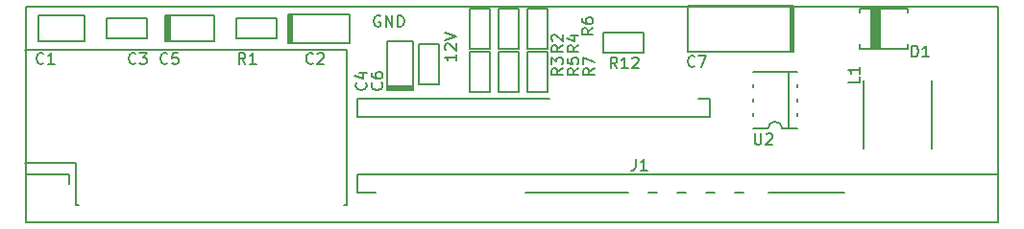
<source format=gto>
G04 #@! TF.FileFunction,Legend,Top*
%FSLAX46Y46*%
G04 Gerber Fmt 4.6, Leading zero omitted, Abs format (unit mm)*
G04 Created by KiCad (PCBNEW (2016-05-03 BZR 6266)-product) date Wed Jul 13 21:03:11 2016*
%MOMM*%
%LPD*%
G01*
G04 APERTURE LIST*
%ADD10C,0.350000*%
%ADD11C,0.200000*%
%ADD12C,0.150000*%
%ADD13C,0.180000*%
%ADD14C,0.177800*%
G04 APERTURE END LIST*
D10*
D11*
X158496000Y-140817600D02*
X157734000Y-140817600D01*
X161036000Y-140817600D02*
X160274000Y-140817600D01*
X163576000Y-140817600D02*
X162814000Y-140817600D01*
X166116000Y-140817600D02*
X165354000Y-140817600D01*
X132080000Y-132588000D02*
X132080000Y-134162800D01*
X148996400Y-132588000D02*
X132080000Y-132588000D01*
X163195000Y-132588000D02*
X162153600Y-132588000D01*
X163195000Y-134162800D02*
X163195000Y-132588000D01*
X132080000Y-134162800D02*
X163195000Y-134162800D01*
X106680000Y-139242800D02*
X106680000Y-140055600D01*
X132080000Y-140817600D02*
X132080000Y-139242800D01*
X133731000Y-140817600D02*
X132080000Y-140817600D01*
X155956000Y-140817600D02*
X146913600Y-140817600D01*
X175031400Y-140817600D02*
X168300400Y-140817600D01*
X188595000Y-139242800D02*
X132080000Y-139242800D01*
X102870000Y-139242800D02*
X106680000Y-139242800D01*
D12*
X102870000Y-143510000D02*
X102870000Y-124460000D01*
X188595000Y-124460000D02*
X188595000Y-143510000D01*
X102870000Y-124460000D02*
X188595000Y-124460000D01*
X188595000Y-143510000D02*
X102870000Y-143510000D01*
X131115000Y-141973000D02*
X130865000Y-141973000D01*
X107315000Y-141973000D02*
X107565000Y-141973000D01*
X107315000Y-138223000D02*
X102815000Y-138223000D01*
X107315000Y-141973000D02*
X107315000Y-138223000D01*
X131115000Y-128223000D02*
X131115000Y-141973000D01*
X102815000Y-128223000D02*
X131115000Y-128223000D01*
D13*
X125984000Y-127635000D02*
X131445000Y-127635000D01*
X131445000Y-127635000D02*
X131445000Y-125095000D01*
X131445000Y-125095000D02*
X125984000Y-125095000D01*
X126365000Y-125095000D02*
X126365000Y-127635000D01*
X126238000Y-125095000D02*
X126238000Y-127635000D01*
X126111000Y-125095000D02*
X126111000Y-127635000D01*
X125984000Y-125095000D02*
X125984000Y-127635000D01*
X108077000Y-125222000D02*
X104013000Y-125222000D01*
X104013000Y-125222000D02*
X104013000Y-127508000D01*
X104013000Y-127508000D02*
X108077000Y-127508000D01*
X108077000Y-127508000D02*
X108077000Y-125222000D01*
X109982000Y-125476000D02*
X113538000Y-125476000D01*
X113538000Y-125476000D02*
X113538000Y-127254000D01*
X113538000Y-127254000D02*
X109982000Y-127254000D01*
X109982000Y-127254000D02*
X109982000Y-125476000D01*
X143764000Y-124587000D02*
X143764000Y-128143000D01*
X143764000Y-128143000D02*
X141986000Y-128143000D01*
X141986000Y-128143000D02*
X141986000Y-124587000D01*
X141986000Y-124587000D02*
X143764000Y-124587000D01*
X143764000Y-128397000D02*
X143764000Y-131953000D01*
X143764000Y-131953000D02*
X141986000Y-131953000D01*
X141986000Y-131953000D02*
X141986000Y-128397000D01*
X141986000Y-128397000D02*
X143764000Y-128397000D01*
X146304000Y-124587000D02*
X146304000Y-128143000D01*
X146304000Y-128143000D02*
X144526000Y-128143000D01*
X144526000Y-128143000D02*
X144526000Y-124587000D01*
X144526000Y-124587000D02*
X146304000Y-124587000D01*
X146304000Y-128397000D02*
X146304000Y-131953000D01*
X146304000Y-131953000D02*
X144526000Y-131953000D01*
X144526000Y-131953000D02*
X144526000Y-128397000D01*
X144526000Y-128397000D02*
X146304000Y-128397000D01*
X148844000Y-124587000D02*
X148844000Y-128143000D01*
X148844000Y-128143000D02*
X147066000Y-128143000D01*
X147066000Y-128143000D02*
X147066000Y-124587000D01*
X147066000Y-124587000D02*
X148844000Y-124587000D01*
X148844000Y-128397000D02*
X148844000Y-131953000D01*
X148844000Y-131953000D02*
X147066000Y-131953000D01*
X147066000Y-131953000D02*
X147066000Y-128397000D01*
X147066000Y-128397000D02*
X148844000Y-128397000D01*
X166960000Y-130215000D02*
X170860000Y-130215000D01*
X170860000Y-135215000D02*
X169545000Y-135215000D01*
X168275000Y-135215000D02*
X166960000Y-135215000D01*
X170110000Y-130215000D02*
X170110000Y-135215000D01*
X166960000Y-134112000D02*
X166960000Y-133858000D01*
X166960000Y-132842000D02*
X166960000Y-132588000D01*
X166960000Y-131572000D02*
X166960000Y-131318000D01*
X170860000Y-134112000D02*
X170860000Y-133858000D01*
X170860000Y-132842000D02*
X170860000Y-132588000D01*
X170860000Y-131572000D02*
X170860000Y-131318000D01*
X169545000Y-135215000D02*
G75*
G03X168275000Y-135215000I-635000J0D01*
G01*
X137033000Y-131445000D02*
X134747000Y-131445000D01*
X137033000Y-131826000D02*
X137033000Y-127508000D01*
X137033000Y-127508000D02*
X134747000Y-127508000D01*
X134747000Y-127508000D02*
X134747000Y-131826000D01*
X134747000Y-131826000D02*
X137033000Y-131826000D01*
X137033000Y-131572000D02*
X134747000Y-131572000D01*
X137033000Y-131699000D02*
X134747000Y-131699000D01*
X115570000Y-127508000D02*
X115570000Y-125222000D01*
X115189000Y-127508000D02*
X119507000Y-127508000D01*
X119507000Y-127508000D02*
X119507000Y-125222000D01*
X119507000Y-125222000D02*
X115189000Y-125222000D01*
X115189000Y-125222000D02*
X115189000Y-127508000D01*
X115443000Y-127508000D02*
X115443000Y-125222000D01*
X115316000Y-127508000D02*
X115316000Y-125222000D01*
X139319000Y-127762000D02*
X139319000Y-131318000D01*
X139319000Y-131318000D02*
X137541000Y-131318000D01*
X137541000Y-131318000D02*
X137541000Y-127762000D01*
X137541000Y-127762000D02*
X139319000Y-127762000D01*
X121412000Y-125476000D02*
X124968000Y-125476000D01*
X124968000Y-125476000D02*
X124968000Y-127254000D01*
X124968000Y-127254000D02*
X121412000Y-127254000D01*
X121412000Y-127254000D02*
X121412000Y-125476000D01*
X157353000Y-128524000D02*
X153797000Y-128524000D01*
X153797000Y-128524000D02*
X153797000Y-126746000D01*
X153797000Y-126746000D02*
X157353000Y-126746000D01*
X157353000Y-126746000D02*
X157353000Y-128524000D01*
X176705000Y-136985000D02*
X176705000Y-130985000D01*
X182705000Y-130985000D02*
X182705000Y-136985000D01*
D14*
X180594000Y-128143000D02*
X176403000Y-128143000D01*
X176403000Y-124587000D02*
X180594000Y-124587000D01*
X180594000Y-124587000D02*
X180594000Y-124968000D01*
X176403000Y-124587000D02*
X176403000Y-124968000D01*
X180594000Y-128143000D02*
X180594000Y-127762000D01*
X176403000Y-128143000D02*
X176403000Y-127762000D01*
D12*
G36*
X178181000Y-124587000D02*
X177419000Y-124587000D01*
X177419000Y-128143000D01*
X178181000Y-128143000D01*
X178181000Y-124587000D01*
G37*
X178181000Y-124587000D02*
X177419000Y-124587000D01*
X177419000Y-128143000D01*
X178181000Y-128143000D01*
X178181000Y-124587000D01*
X161235000Y-128365000D02*
X161235000Y-124365000D01*
X170535000Y-124365000D02*
X161235000Y-124365000D01*
X170535000Y-128365000D02*
X161235000Y-128365000D01*
X170235000Y-128365000D02*
X170235000Y-124365000D01*
X170435000Y-128365000D02*
X170435000Y-124365000D01*
X170335000Y-128365000D02*
X170335000Y-124365000D01*
X170535000Y-128365000D02*
X170535000Y-124365000D01*
D13*
X156638667Y-137882381D02*
X156638667Y-138596667D01*
X156591047Y-138739524D01*
X156495809Y-138834762D01*
X156352952Y-138882381D01*
X156257714Y-138882381D01*
X157638667Y-138882381D02*
X157067238Y-138882381D01*
X157352952Y-138882381D02*
X157352952Y-137882381D01*
X157257714Y-138025238D01*
X157162476Y-138120476D01*
X157067238Y-138168095D01*
X128190524Y-129397143D02*
X128142905Y-129444762D01*
X128000048Y-129492381D01*
X127904810Y-129492381D01*
X127761952Y-129444762D01*
X127666714Y-129349524D01*
X127619095Y-129254286D01*
X127571476Y-129063810D01*
X127571476Y-128920952D01*
X127619095Y-128730476D01*
X127666714Y-128635238D01*
X127761952Y-128540000D01*
X127904810Y-128492381D01*
X128000048Y-128492381D01*
X128142905Y-128540000D01*
X128190524Y-128587619D01*
X128571476Y-128587619D02*
X128619095Y-128540000D01*
X128714333Y-128492381D01*
X128952429Y-128492381D01*
X129047667Y-128540000D01*
X129095286Y-128587619D01*
X129142905Y-128682857D01*
X129142905Y-128778095D01*
X129095286Y-128920952D01*
X128523857Y-129492381D01*
X129142905Y-129492381D01*
X104441524Y-129397143D02*
X104393905Y-129444762D01*
X104251048Y-129492381D01*
X104155810Y-129492381D01*
X104012952Y-129444762D01*
X103917714Y-129349524D01*
X103870095Y-129254286D01*
X103822476Y-129063810D01*
X103822476Y-128920952D01*
X103870095Y-128730476D01*
X103917714Y-128635238D01*
X104012952Y-128540000D01*
X104155810Y-128492381D01*
X104251048Y-128492381D01*
X104393905Y-128540000D01*
X104441524Y-128587619D01*
X105393905Y-129492381D02*
X104822476Y-129492381D01*
X105108190Y-129492381D02*
X105108190Y-128492381D01*
X105012952Y-128635238D01*
X104917714Y-128730476D01*
X104822476Y-128778095D01*
X112569524Y-129397143D02*
X112521905Y-129444762D01*
X112379048Y-129492381D01*
X112283810Y-129492381D01*
X112140952Y-129444762D01*
X112045714Y-129349524D01*
X111998095Y-129254286D01*
X111950476Y-129063810D01*
X111950476Y-128920952D01*
X111998095Y-128730476D01*
X112045714Y-128635238D01*
X112140952Y-128540000D01*
X112283810Y-128492381D01*
X112379048Y-128492381D01*
X112521905Y-128540000D01*
X112569524Y-128587619D01*
X112902857Y-128492381D02*
X113521905Y-128492381D01*
X113188571Y-128873333D01*
X113331429Y-128873333D01*
X113426667Y-128920952D01*
X113474286Y-128968571D01*
X113521905Y-129063810D01*
X113521905Y-129301905D01*
X113474286Y-129397143D01*
X113426667Y-129444762D01*
X113331429Y-129492381D01*
X113045714Y-129492381D01*
X112950476Y-129444762D01*
X112902857Y-129397143D01*
X150193381Y-127841476D02*
X149717190Y-128174810D01*
X150193381Y-128412905D02*
X149193381Y-128412905D01*
X149193381Y-128031952D01*
X149241000Y-127936714D01*
X149288619Y-127889095D01*
X149383857Y-127841476D01*
X149526714Y-127841476D01*
X149621952Y-127889095D01*
X149669571Y-127936714D01*
X149717190Y-128031952D01*
X149717190Y-128412905D01*
X149288619Y-127460524D02*
X149241000Y-127412905D01*
X149193381Y-127317667D01*
X149193381Y-127079571D01*
X149241000Y-126984333D01*
X149288619Y-126936714D01*
X149383857Y-126889095D01*
X149479095Y-126889095D01*
X149621952Y-126936714D01*
X150193381Y-127508143D01*
X150193381Y-126889095D01*
X150193381Y-129873476D02*
X149717190Y-130206810D01*
X150193381Y-130444905D02*
X149193381Y-130444905D01*
X149193381Y-130063952D01*
X149241000Y-129968714D01*
X149288619Y-129921095D01*
X149383857Y-129873476D01*
X149526714Y-129873476D01*
X149621952Y-129921095D01*
X149669571Y-129968714D01*
X149717190Y-130063952D01*
X149717190Y-130444905D01*
X149193381Y-129540143D02*
X149193381Y-128921095D01*
X149574333Y-129254429D01*
X149574333Y-129111571D01*
X149621952Y-129016333D01*
X149669571Y-128968714D01*
X149764810Y-128921095D01*
X150002905Y-128921095D01*
X150098143Y-128968714D01*
X150145762Y-129016333D01*
X150193381Y-129111571D01*
X150193381Y-129397286D01*
X150145762Y-129492524D01*
X150098143Y-129540143D01*
X151590381Y-127841476D02*
X151114190Y-128174810D01*
X151590381Y-128412905D02*
X150590381Y-128412905D01*
X150590381Y-128031952D01*
X150638000Y-127936714D01*
X150685619Y-127889095D01*
X150780857Y-127841476D01*
X150923714Y-127841476D01*
X151018952Y-127889095D01*
X151066571Y-127936714D01*
X151114190Y-128031952D01*
X151114190Y-128412905D01*
X150923714Y-126984333D02*
X151590381Y-126984333D01*
X150542762Y-127222429D02*
X151257048Y-127460524D01*
X151257048Y-126841476D01*
X151590381Y-129873476D02*
X151114190Y-130206810D01*
X151590381Y-130444905D02*
X150590381Y-130444905D01*
X150590381Y-130063952D01*
X150638000Y-129968714D01*
X150685619Y-129921095D01*
X150780857Y-129873476D01*
X150923714Y-129873476D01*
X151018952Y-129921095D01*
X151066571Y-129968714D01*
X151114190Y-130063952D01*
X151114190Y-130444905D01*
X150590381Y-128968714D02*
X150590381Y-129444905D01*
X151066571Y-129492524D01*
X151018952Y-129444905D01*
X150971333Y-129349667D01*
X150971333Y-129111571D01*
X151018952Y-129016333D01*
X151066571Y-128968714D01*
X151161810Y-128921095D01*
X151399905Y-128921095D01*
X151495143Y-128968714D01*
X151542762Y-129016333D01*
X151590381Y-129111571D01*
X151590381Y-129349667D01*
X151542762Y-129444905D01*
X151495143Y-129492524D01*
X152860381Y-126317476D02*
X152384190Y-126650810D01*
X152860381Y-126888905D02*
X151860381Y-126888905D01*
X151860381Y-126507952D01*
X151908000Y-126412714D01*
X151955619Y-126365095D01*
X152050857Y-126317476D01*
X152193714Y-126317476D01*
X152288952Y-126365095D01*
X152336571Y-126412714D01*
X152384190Y-126507952D01*
X152384190Y-126888905D01*
X151860381Y-125460333D02*
X151860381Y-125650810D01*
X151908000Y-125746048D01*
X151955619Y-125793667D01*
X152098476Y-125888905D01*
X152288952Y-125936524D01*
X152669905Y-125936524D01*
X152765143Y-125888905D01*
X152812762Y-125841286D01*
X152860381Y-125746048D01*
X152860381Y-125555571D01*
X152812762Y-125460333D01*
X152765143Y-125412714D01*
X152669905Y-125365095D01*
X152431810Y-125365095D01*
X152336571Y-125412714D01*
X152288952Y-125460333D01*
X152241333Y-125555571D01*
X152241333Y-125746048D01*
X152288952Y-125841286D01*
X152336571Y-125888905D01*
X152431810Y-125936524D01*
X152987381Y-129873476D02*
X152511190Y-130206810D01*
X152987381Y-130444905D02*
X151987381Y-130444905D01*
X151987381Y-130063952D01*
X152035000Y-129968714D01*
X152082619Y-129921095D01*
X152177857Y-129873476D01*
X152320714Y-129873476D01*
X152415952Y-129921095D01*
X152463571Y-129968714D01*
X152511190Y-130063952D01*
X152511190Y-130444905D01*
X151987381Y-129540143D02*
X151987381Y-128873476D01*
X152987381Y-129302048D01*
X167116095Y-135604381D02*
X167116095Y-136413905D01*
X167163714Y-136509143D01*
X167211333Y-136556762D01*
X167306571Y-136604381D01*
X167497048Y-136604381D01*
X167592286Y-136556762D01*
X167639905Y-136509143D01*
X167687524Y-136413905D01*
X167687524Y-135604381D01*
X168116095Y-135699619D02*
X168163714Y-135652000D01*
X168258952Y-135604381D01*
X168497048Y-135604381D01*
X168592286Y-135652000D01*
X168639905Y-135699619D01*
X168687524Y-135794857D01*
X168687524Y-135890095D01*
X168639905Y-136032952D01*
X168068476Y-136604381D01*
X168687524Y-136604381D01*
X132826143Y-131143476D02*
X132873762Y-131191095D01*
X132921381Y-131333952D01*
X132921381Y-131429190D01*
X132873762Y-131572048D01*
X132778524Y-131667286D01*
X132683286Y-131714905D01*
X132492810Y-131762524D01*
X132349952Y-131762524D01*
X132159476Y-131714905D01*
X132064238Y-131667286D01*
X131969000Y-131572048D01*
X131921381Y-131429190D01*
X131921381Y-131333952D01*
X131969000Y-131191095D01*
X132016619Y-131143476D01*
X132254714Y-130286333D02*
X132921381Y-130286333D01*
X131873762Y-130524429D02*
X132588048Y-130762524D01*
X132588048Y-130143476D01*
X115363524Y-129397143D02*
X115315905Y-129444762D01*
X115173048Y-129492381D01*
X115077810Y-129492381D01*
X114934952Y-129444762D01*
X114839714Y-129349524D01*
X114792095Y-129254286D01*
X114744476Y-129063810D01*
X114744476Y-128920952D01*
X114792095Y-128730476D01*
X114839714Y-128635238D01*
X114934952Y-128540000D01*
X115077810Y-128492381D01*
X115173048Y-128492381D01*
X115315905Y-128540000D01*
X115363524Y-128587619D01*
X116268286Y-128492381D02*
X115792095Y-128492381D01*
X115744476Y-128968571D01*
X115792095Y-128920952D01*
X115887333Y-128873333D01*
X116125429Y-128873333D01*
X116220667Y-128920952D01*
X116268286Y-128968571D01*
X116315905Y-129063810D01*
X116315905Y-129301905D01*
X116268286Y-129397143D01*
X116220667Y-129444762D01*
X116125429Y-129492381D01*
X115887333Y-129492381D01*
X115792095Y-129444762D01*
X115744476Y-129397143D01*
X134223143Y-131143476D02*
X134270762Y-131191095D01*
X134318381Y-131333952D01*
X134318381Y-131429190D01*
X134270762Y-131572048D01*
X134175524Y-131667286D01*
X134080286Y-131714905D01*
X133889810Y-131762524D01*
X133746952Y-131762524D01*
X133556476Y-131714905D01*
X133461238Y-131667286D01*
X133366000Y-131572048D01*
X133318381Y-131429190D01*
X133318381Y-131333952D01*
X133366000Y-131191095D01*
X133413619Y-131143476D01*
X133318381Y-130286333D02*
X133318381Y-130476810D01*
X133366000Y-130572048D01*
X133413619Y-130619667D01*
X133556476Y-130714905D01*
X133746952Y-130762524D01*
X134127905Y-130762524D01*
X134223143Y-130714905D01*
X134270762Y-130667286D01*
X134318381Y-130572048D01*
X134318381Y-130381571D01*
X134270762Y-130286333D01*
X134223143Y-130238714D01*
X134127905Y-130191095D01*
X133889810Y-130191095D01*
X133794571Y-130238714D01*
X133746952Y-130286333D01*
X133699333Y-130381571D01*
X133699333Y-130572048D01*
X133746952Y-130667286D01*
X133794571Y-130714905D01*
X133889810Y-130762524D01*
X122221524Y-129492381D02*
X121888190Y-129016190D01*
X121650095Y-129492381D02*
X121650095Y-128492381D01*
X122031048Y-128492381D01*
X122126286Y-128540000D01*
X122173905Y-128587619D01*
X122221524Y-128682857D01*
X122221524Y-128825714D01*
X122173905Y-128920952D01*
X122126286Y-128968571D01*
X122031048Y-129016190D01*
X121650095Y-129016190D01*
X123173905Y-129492381D02*
X122602476Y-129492381D01*
X122888190Y-129492381D02*
X122888190Y-128492381D01*
X122792952Y-128635238D01*
X122697714Y-128730476D01*
X122602476Y-128778095D01*
X154987524Y-129873381D02*
X154654190Y-129397190D01*
X154416095Y-129873381D02*
X154416095Y-128873381D01*
X154797048Y-128873381D01*
X154892286Y-128921000D01*
X154939905Y-128968619D01*
X154987524Y-129063857D01*
X154987524Y-129206714D01*
X154939905Y-129301952D01*
X154892286Y-129349571D01*
X154797048Y-129397190D01*
X154416095Y-129397190D01*
X155939905Y-129873381D02*
X155368476Y-129873381D01*
X155654190Y-129873381D02*
X155654190Y-128873381D01*
X155558952Y-129016238D01*
X155463714Y-129111476D01*
X155368476Y-129159095D01*
X156320857Y-128968619D02*
X156368476Y-128921000D01*
X156463714Y-128873381D01*
X156701810Y-128873381D01*
X156797048Y-128921000D01*
X156844667Y-128968619D01*
X156892286Y-129063857D01*
X156892286Y-129159095D01*
X156844667Y-129301952D01*
X156273238Y-129873381D01*
X156892286Y-129873381D01*
X176355381Y-130603714D02*
X176355381Y-131079905D01*
X175355381Y-131079905D01*
X176355381Y-129746571D02*
X176355381Y-130318000D01*
X176355381Y-130032286D02*
X175355381Y-130032286D01*
X175498238Y-130127524D01*
X175593476Y-130222762D01*
X175641095Y-130318000D01*
X180959095Y-128857381D02*
X180959095Y-127857381D01*
X181197190Y-127857381D01*
X181340048Y-127905000D01*
X181435286Y-128000238D01*
X181482905Y-128095476D01*
X181530524Y-128285952D01*
X181530524Y-128428810D01*
X181482905Y-128619286D01*
X181435286Y-128714524D01*
X181340048Y-128809762D01*
X181197190Y-128857381D01*
X180959095Y-128857381D01*
X182482905Y-128857381D02*
X181911476Y-128857381D01*
X182197190Y-128857381D02*
X182197190Y-127857381D01*
X182101952Y-128000238D01*
X182006714Y-128095476D01*
X181911476Y-128143095D01*
X161845524Y-129651143D02*
X161797905Y-129698762D01*
X161655048Y-129746381D01*
X161559810Y-129746381D01*
X161416952Y-129698762D01*
X161321714Y-129603524D01*
X161274095Y-129508286D01*
X161226476Y-129317810D01*
X161226476Y-129174952D01*
X161274095Y-128984476D01*
X161321714Y-128889238D01*
X161416952Y-128794000D01*
X161559810Y-128746381D01*
X161655048Y-128746381D01*
X161797905Y-128794000D01*
X161845524Y-128841619D01*
X162178857Y-128746381D02*
X162845524Y-128746381D01*
X162416952Y-129746381D01*
X140787381Y-128635047D02*
X140787381Y-129206476D01*
X140787381Y-128920762D02*
X139787381Y-128920762D01*
X139930238Y-129016000D01*
X140025476Y-129111238D01*
X140073095Y-129206476D01*
X139882619Y-128254095D02*
X139835000Y-128206476D01*
X139787381Y-128111238D01*
X139787381Y-127873142D01*
X139835000Y-127777904D01*
X139882619Y-127730285D01*
X139977857Y-127682666D01*
X140073095Y-127682666D01*
X140215952Y-127730285D01*
X140787381Y-128301714D01*
X140787381Y-127682666D01*
X139787381Y-127396952D02*
X140787381Y-127063619D01*
X139787381Y-126730285D01*
X134112096Y-125230000D02*
X134016858Y-125182381D01*
X133874001Y-125182381D01*
X133731143Y-125230000D01*
X133635905Y-125325238D01*
X133588286Y-125420476D01*
X133540667Y-125610952D01*
X133540667Y-125753810D01*
X133588286Y-125944286D01*
X133635905Y-126039524D01*
X133731143Y-126134762D01*
X133874001Y-126182381D01*
X133969239Y-126182381D01*
X134112096Y-126134762D01*
X134159715Y-126087143D01*
X134159715Y-125753810D01*
X133969239Y-125753810D01*
X134588286Y-126182381D02*
X134588286Y-125182381D01*
X135159715Y-126182381D01*
X135159715Y-125182381D01*
X135635905Y-126182381D02*
X135635905Y-125182381D01*
X135874000Y-125182381D01*
X136016858Y-125230000D01*
X136112096Y-125325238D01*
X136159715Y-125420476D01*
X136207334Y-125610952D01*
X136207334Y-125753810D01*
X136159715Y-125944286D01*
X136112096Y-126039524D01*
X136016858Y-126134762D01*
X135874000Y-126182381D01*
X135635905Y-126182381D01*
M02*

</source>
